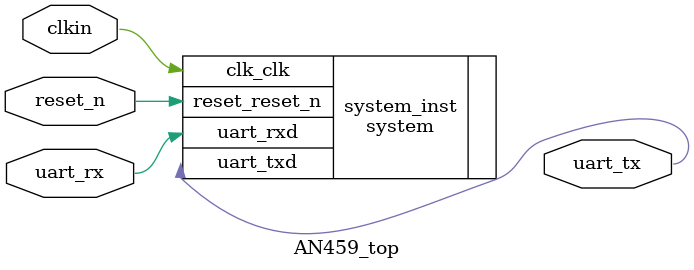
<source format=v>
module AN459_top (
		input		clkin,
		input		reset_n,
		output	uart_tx,
		input		uart_rx
);

system system_inst (
	// 1) global signals:
	.clk_clk					(clkin),
	.reset_reset_n			(reset_n),
	.uart_txd				(uart_tx),
	.uart_rxd				(uart_rx)
);

endmodule

</source>
